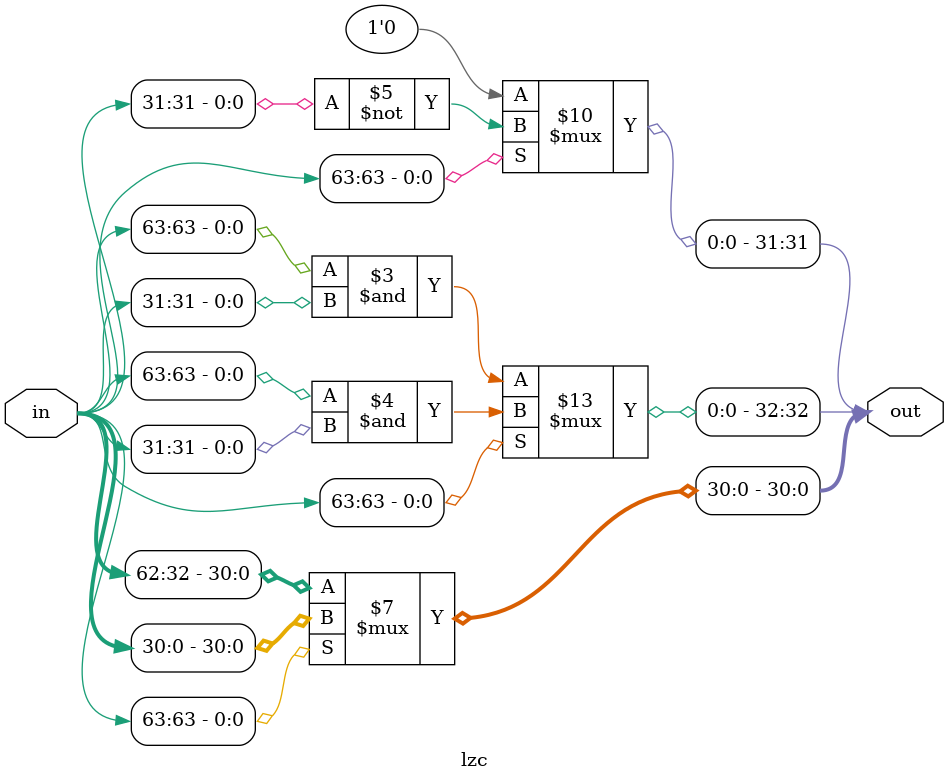
<source format=sv>
`ifndef _LZC_
`define _LZC_

`default_nettype none `timescale 1 ns / 1 ps

module enc (
    input  wire [1:0] in,
    output reg  [1:0] out
);

  always_comb begin
    case (in[1:0])
      2'b00:   out = 2'b10;
      2'b01:   out = 2'b01;
      default: out = 2'b00;
    endcase
  end

endmodule  // enc

module lzc #(
    // bit width
    parameter bit [31:0] N  = 32,
    // internal parameters
    parameter bit [33:0] WI = 2 * N,
    parameter bit [31:0] WO = N + 1
) (
    input  wire  [WI-1:0] in,
    output logic [WO-1:0] out
);

  always_comb begin
    if (in[N-1+N] == 1'b0) begin
      out[WO-1]   = (in[N-1+N] & in[N-1]);
      out[WO-2]   = 1'b0;
      out[WO-3:0] = in[(2*N)-2 : N];
    end else begin
      out[WO-1]   = in[N-1+N] & in[N-1];
      out[WO-2]   = ~in[N-1];
      out[WO-3:0] = in[N-2 : 0];
    end
  end

`ifdef FORMAL
  always_comb begin
    cover (out == 32'h0);
  end
`endif

endmodule  // lzc
`endif  // _LZC_

</source>
